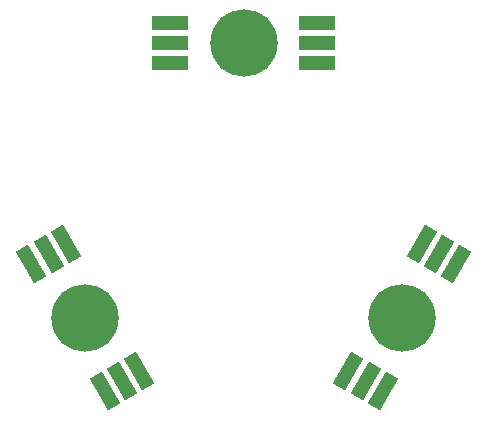
<source format=gtp>
%TF.GenerationSoftware,KiCad,Pcbnew,(5.99.0-11336-g5116fa6d12)*%
%TF.CreationDate,2021-07-16T01:57:22+02:00*%
%TF.ProjectId,LED_PCB_60mm,4c45445f-5043-4425-9f36-306d6d2e6b69,rev?*%
%TF.SameCoordinates,Original*%
%TF.FileFunction,Paste,Top*%
%TF.FilePolarity,Positive*%
%FSLAX46Y46*%
G04 Gerber Fmt 4.6, Leading zero omitted, Abs format (unit mm)*
G04 Created by KiCad (PCBNEW (5.99.0-11336-g5116fa6d12)) date 2021-07-16 01:57:22*
%MOMM*%
%LPD*%
G01*
G04 APERTURE LIST*
G04 Aperture macros list*
%AMRotRect*
0 Rectangle, with rotation*
0 The origin of the aperture is its center*
0 $1 length*
0 $2 width*
0 $3 Rotation angle, in degrees counterclockwise*
0 Add horizontal line*
21,1,$1,$2,0,0,$3*%
G04 Aperture macros list end*
%ADD10R,3.100000X1.200000*%
%ADD11C,5.700000*%
%ADD12RotRect,3.100000X1.200000X240.000000*%
%ADD13RotRect,3.100000X1.200000X60.000000*%
%ADD14RotRect,3.100000X1.200000X120.000000*%
%ADD15RotRect,3.100000X1.200000X300.000000*%
G04 APERTURE END LIST*
D10*
%TO.C,D1*%
X144022000Y-72976000D03*
X144022000Y-74676000D03*
X144022000Y-76376000D03*
X156462000Y-76376000D03*
X156462000Y-74676000D03*
X156462000Y-72976000D03*
D11*
X150242000Y-74676000D03*
%TD*%
D12*
%TO.C,D3*%
X168242441Y-93380322D03*
X166770198Y-92530322D03*
X165297955Y-91680322D03*
D13*
X159077955Y-102453678D03*
X160550198Y-103303678D03*
X162022441Y-104153678D03*
D11*
X163660198Y-97917000D03*
%TD*%
D14*
%TO.C,D2*%
X138461559Y-104153678D03*
X139933802Y-103303678D03*
X141406045Y-102453678D03*
D15*
X135186045Y-91680322D03*
X133713802Y-92530322D03*
X132241559Y-93380322D03*
D11*
X136823802Y-97917000D03*
%TD*%
M02*

</source>
